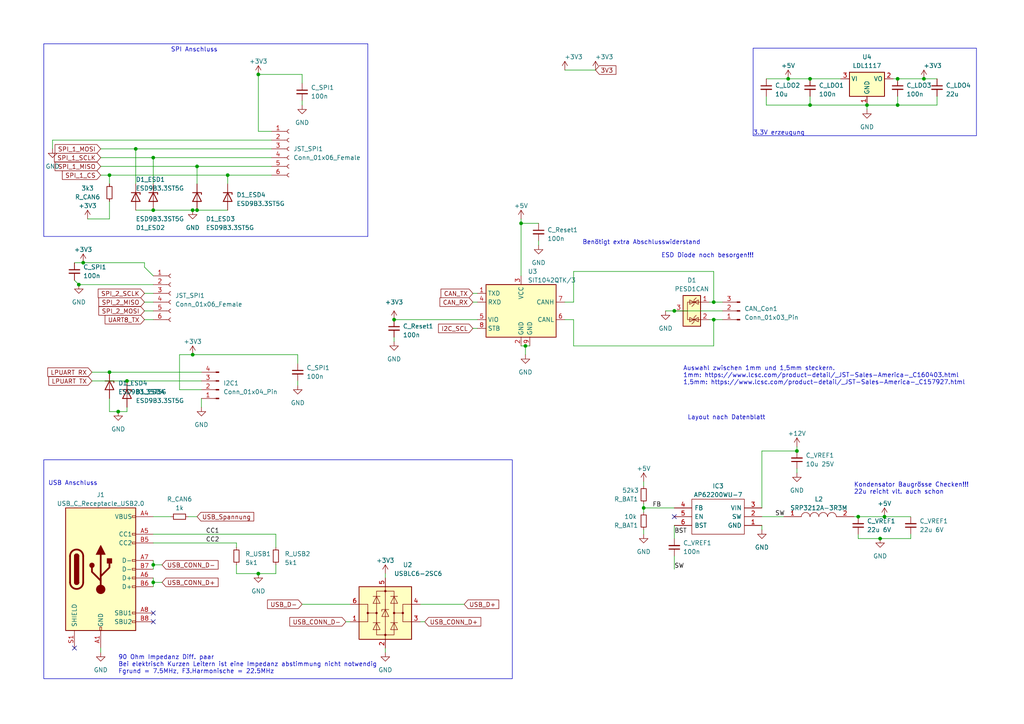
<source format=kicad_sch>
(kicad_sch (version 20230121) (generator eeschema)
  (paper "A4")
  (lib_symbols
    (symbol "Connector:Conn_01x03_Pin" (pin_names (offset 1.016) hide)
      (property "Reference" "J" (at 0 5.08 0))
      (property "Value" "Conn_01x03_Pin" (at 0 -5.08 0))
      (symbol "Conn_01x03_Pin_1_1"
        (polyline (pts (xy 1.27 -2.54) (xy 0.8636 -2.54)) (stroke (width 0.1524)))
        (polyline (pts (xy 1.27 0) (xy 0.8636 0)) (stroke (width 0.1524)))
        (polyline (pts (xy 1.27 2.54) (xy 0.8636 2.54)) (stroke (width 0.1524)))
        (rectangle (start 0.8636 -2.413) (end 0 -2.667) (stroke (width 0.1524)) (fill (type outline)))
        (rectangle (start 0.8636 0.127) (end 0 -0.127) (stroke (width 0.1524)) (fill (type outline)))
        (rectangle (start 0.8636 2.667) (end 0 2.413) (stroke (width 0.1524)) (fill (type outline)))
        (pin passive line (at 5.08 2.54 180) (length 3.81) (name "Pin_1") (number "1"))
        (pin passive line (at 5.08 0 180) (length 3.81) (name "Pin_2") (number "2"))
        (pin passive line (at 5.08 -2.54 180) (length 3.81) (name "Pin_3") (number "3"))
      )
    )
    (symbol "Connector:Conn_01x04_Pin" (pin_names (offset 1.016) hide)
      (property "Reference" "J" (at 0 5.08 0))
      (property "Value" "Conn_01x04_Pin" (at 0 -7.62 0))
      (symbol "Conn_01x04_Pin_1_1"
        (polyline (pts (xy 1.27 -5.08) (xy 0.8636 -5.08)) (stroke (width 0.1524)))
        (polyline (pts (xy 1.27 -2.54) (xy 0.8636 -2.54)) (stroke (width 0.1524)))
        (polyline (pts (xy 1.27 0) (xy 0.8636 0)) (stroke (width 0.1524)))
        (polyline (pts (xy 1.27 2.54) (xy 0.8636 2.54)) (stroke (width 0.1524)))
        (rectangle (start 0.8636 -4.953) (end 0 -5.207) (stroke (width 0.1524)) (fill (type outline)))
        (rectangle (start 0.8636 -2.413) (end 0 -2.667) (stroke (width 0.1524)) (fill (type outline)))
        (rectangle (start 0.8636 0.127) (end 0 -0.127) (stroke (width 0.1524)) (fill (type outline)))
        (rectangle (start 0.8636 2.667) (end 0 2.413) (stroke (width 0.1524)) (fill (type outline)))
        (pin passive line (at 5.08 2.54 180) (length 3.81) (name "Pin_1") (number "1"))
        (pin passive line (at 5.08 0 180) (length 3.81) (name "Pin_2") (number "2"))
        (pin passive line (at 5.08 -2.54 180) (length 3.81) (name "Pin_3") (number "3"))
        (pin passive line (at 5.08 -5.08 180) (length 3.81) (name "Pin_4") (number "4"))
      )
    )
    (symbol "Connector:Conn_01x06_Female" (pin_names (offset 1.016) hide)
      (property "Reference" "J" (at 0 7.62 0))
      (property "Value" "Conn_01x06_Female" (at 0 -10.16 0))
      (symbol "Conn_01x06_Female_1_1"
        (arc (start 0 -7.112) (mid -0.5058 -7.62) (end 0 -8.128) (stroke (width 0.1524)))
        (arc (start 0 -4.572) (mid -0.5058 -5.08) (end 0 -5.588) (stroke (width 0.1524)))
        (arc (start 0 -2.032) (mid -0.5058 -2.54) (end 0 -3.048) (stroke (width 0.1524)))
        (polyline (pts (xy -1.27 -7.62) (xy -0.508 -7.62)) (stroke (width 0.1524)))
        (polyline (pts (xy -1.27 -5.08) (xy -0.508 -5.08)) (stroke (width 0.1524)))
        (polyline (pts (xy -1.27 -2.54) (xy -0.508 -2.54)) (stroke (width 0.1524)))
        (polyline (pts (xy -1.27 0) (xy -0.508 0)) (stroke (width 0.1524)))
        (polyline (pts (xy -1.27 2.54) (xy -0.508 2.54)) (stroke (width 0.1524)))
        (polyline (pts (xy -1.27 5.08) (xy -0.508 5.08)) (stroke (width 0.1524)))
        (arc (start 0 0.508) (mid -0.5058 0) (end 0 -0.508) (stroke (width 0.1524)))
        (arc (start 0 3.048) (mid -0.5058 2.54) (end 0 2.032) (stroke (width 0.1524)))
        (arc (start 0 5.588) (mid -0.5058 5.08) (end 0 4.572) (stroke (width 0.1524)))
        (pin passive line (at -5.08 5.08 0) (length 3.81) (name "Pin_1") (number "1"))
        (pin passive line (at -5.08 2.54 0) (length 3.81) (name "Pin_2") (number "2"))
        (pin passive line (at -5.08 0 0) (length 3.81) (name "Pin_3") (number "3"))
        (pin passive line (at -5.08 -2.54 0) (length 3.81) (name "Pin_4") (number "4"))
        (pin passive line (at -5.08 -5.08 0) (length 3.81) (name "Pin_5") (number "5"))
        (pin passive line (at -5.08 -7.62 0) (length 3.81) (name "Pin_6") (number "6"))
      )
    )
    (symbol "Connector:USB_C_Receptacle_USB2.0" (pin_names (offset 1.016))
      (property "Reference" "J" (at -10.16 19.05 0))
      (property "Value" "USB_C_Receptacle_USB2.0" (at 19.05 19.05 0))
      (symbol "USB_C_Receptacle_USB2.0_0_0"
        (rectangle (start -0.254 -17.78) (end 0.254 -16.764))
        (rectangle (start 10.16 -14.986) (end 9.144 -15.494))
        (rectangle (start 10.16 -12.446) (end 9.144 -12.954))
        (rectangle (start 10.16 -4.826) (end 9.144 -5.334))
        (rectangle (start 10.16 -2.286) (end 9.144 -2.794))
        (rectangle (start 10.16 0.254) (end 9.144 -0.254))
        (rectangle (start 10.16 2.794) (end 9.144 2.286))
        (rectangle (start 10.16 7.874) (end 9.144 7.366))
        (rectangle (start 10.16 10.414) (end 9.144 9.906))
        (rectangle (start 10.16 15.494) (end 9.144 14.986))
      )
      (symbol "USB_C_Receptacle_USB2.0_0_1"
        (rectangle (start -10.16 17.78) (end 10.16 -17.78) (stroke (width 0.254)) (fill (type background)))
        (arc (start -8.89 -3.81) (mid -6.985 -5.7067) (end -5.08 -3.81) (stroke (width 0.508)))
        (arc (start -7.62 -3.81) (mid -6.985 -4.4423) (end -6.35 -3.81) (stroke (width 0.254)))
        (arc (start -7.62 -3.81) (mid -6.985 -4.4423) (end -6.35 -3.81) (stroke (width 0.254)) (fill (type outline)))
        (rectangle (start -7.62 -3.81) (end -6.35 3.81) (stroke (width 0.254)) (fill (type outline)))
        (arc (start -6.35 3.81) (mid -6.985 4.4423) (end -7.62 3.81) (stroke (width 0.254)))
        (arc (start -6.35 3.81) (mid -6.985 4.4423) (end -7.62 3.81) (stroke (width 0.254)) (fill (type outline)))
        (arc (start -5.08 3.81) (mid -6.985 5.7067) (end -8.89 3.81) (stroke (width 0.508)))
        (circle (center -2.54 1.143) (radius 0.635) (stroke (width 0.254)) (fill (type outline)))
        (circle (center 0 -5.842) (radius 1.27) (fill (type outline)))
        (polyline (pts (xy -8.89 -3.81) (xy -8.89 3.81)) (stroke (width 0.508)))
        (polyline (pts (xy -5.08 3.81) (xy -5.08 -3.81)) (stroke (width 0.508)))
        (polyline (pts (xy 0 -5.842) (xy 0 4.318)) (stroke (width 0.508)))
        (polyline (pts (xy 0 -3.302) (xy -2.54 -0.762) (xy -2.54 0.508)) (stroke (width 0.508)))
        (polyline (pts (xy 0 -2.032) (xy 2.54 0.508) (xy 2.54 1.778)) (stroke (width 0.508)))
        (polyline (pts (xy -1.27 4.318) (xy 0 6.858) (xy 1.27 4.318) (xy -1.27 4.318)) (stroke (width 0.254)) (fill (type outline)))
        (rectangle (start 1.905 1.778) (end 3.175 3.048) (stroke (width 0.254)) (fill (type outline)))
      )
      (symbol "USB_C_Receptacle_USB2.0_1_1"
        (pin passive line (at 0 -22.86 90) (length 5.08) (name "GND") (number "A1"))
        (pin passive line (at 0 -22.86 90) (length 5.08) hide (name "GND") (number "A12"))
        (pin passive line (at 15.24 15.24 180) (length 5.08) (name "VBUS") (number "A4"))
        (pin bidirectional line (at 15.24 10.16 180) (length 5.08) (name "CC1") (number "A5"))
        (pin bidirectional line (at 15.24 -2.54 180) (length 5.08) (name "D+") (number "A6"))
        (pin bidirectional line (at 15.24 2.54 180) (length 5.08) (name "D-") (number "A7"))
        (pin bidirectional line (at 15.24 -12.7 180) (length 5.08) (name "SBU1") (number "A8"))
        (pin passive line (at 15.24 15.24 180) (length 5.08) hide (name "VBUS") (number "A9"))
        (pin passive line (at 0 -22.86 90) (length 5.08) hide (name "GND") (number "B1"))
        (pin passive line (at 0 -22.86 90) (length 5.08) hide (name "GND") (number "B12"))
        (pin passive line (at 15.24 15.24 180) (length 5.08) hide (name "VBUS") (number "B4"))
        (pin bidirectional line (at 15.24 7.62 180) (length 5.08) (name "CC2") (number "B5"))
        (pin bidirectional line (at 15.24 -5.08 180) (length 5.08) (name "D+") (number "B6"))
        (pin bidirectional line (at 15.24 0 180) (length 5.08) (name "D-") (number "B7"))
        (pin bidirectional line (at 15.24 -15.24 180) (length 5.08) (name "SBU2") (number "B8"))
        (pin passive line (at 15.24 15.24 180) (length 5.08) hide (name "VBUS") (number "B9"))
        (pin passive line (at -7.62 -22.86 90) (length 5.08) (name "SHIELD") (number "S1"))
      )
    )
    (symbol "Device:C_Small" (pin_numbers hide) (pin_names (offset 0.254) hide)
      (property "Reference" "C" (at 0.254 1.778 0))
      (property "Value" "C_Small" (at 0.254 -2.032 0))
      (symbol "C_Small_0_1"
        (polyline (pts (xy -1.524 -0.508) (xy 1.524 -0.508)) (stroke (width 0.3302)))
        (polyline (pts (xy -1.524 0.508) (xy 1.524 0.508)) (stroke (width 0.3048)))
      )
      (symbol "C_Small_1_1"
        (pin passive line (at 0 2.54 270) (length 2.032) (name "~") (number "1"))
        (pin passive line (at 0 -2.54 90) (length 2.032) (name "~") (number "2"))
      )
    )
    (symbol "Device:D_Zener" (pin_numbers hide) (pin_names (offset 1.016) hide)
      (property "Reference" "D" (at 0 2.54 0))
      (property "Value" "D_Zener" (at 0 -2.54 0))
      (symbol "D_Zener_0_1"
        (polyline (pts (xy 1.27 0) (xy -1.27 0)))
        (polyline (pts (xy -1.27 -1.27) (xy -1.27 1.27) (xy -0.762 1.27)) (stroke (width 0.254)))
        (polyline (pts (xy 1.27 -1.27) (xy 1.27 1.27) (xy -1.27 0) (xy 1.27 -1.27)) (stroke (width 0.254)))
      )
      (symbol "D_Zener_1_1"
        (pin passive line (at -3.81 0 0) (length 2.54) (name "K") (number "1"))
        (pin passive line (at 3.81 0 180) (length 2.54) (name "A") (number "2"))
      )
    )
    (symbol "Device:R_Small" (pin_numbers hide) (pin_names (offset 0.254) hide)
      (property "Reference" "R" (at 0.762 0.508 0))
      (property "Value" "R_Small" (at 0.762 -1.016 0))
      (symbol "R_Small_0_1"
        (rectangle (start -0.762 1.778) (end 0.762 -1.778) (stroke (width 0.2032)))
      )
      (symbol "R_Small_1_1"
        (pin passive line (at 0 2.54 270) (length 0.762) (name "~") (number "1"))
        (pin passive line (at 0 -2.54 90) (length 0.762) (name "~") (number "2"))
      )
    )
    (symbol "Interface_CAN_LIN:TJA1042TK-3"
      (property "Reference" "U" (at -10.16 8.89 0))
      (property "Value" "TJA1042TK-3" (at 1.27 8.89 0))
      (symbol "TJA1042TK-3_0_1"
        (rectangle (start -10.16 7.62) (end 10.16 -7.62) (stroke (width 0.254)) (fill (type background)))
      )
      (symbol "TJA1042TK-3_1_1"
        (pin input line (at -12.7 5.08 0) (length 2.54) (name "TXD") (number "1"))
        (pin power_in line (at 0 -10.16 90) (length 2.54) (name "GND") (number "2"))
        (pin power_in line (at 0 10.16 270) (length 2.54) (name "VCC") (number "3"))
        (pin output line (at -12.7 2.54 0) (length 2.54) (name "RXD") (number "4"))
        (pin power_in line (at -12.7 -2.54 0) (length 2.54) (name "VIO") (number "5"))
        (pin bidirectional line (at 12.7 -2.54 180) (length 2.54) (name "CANL") (number "6"))
        (pin bidirectional line (at 12.7 2.54 180) (length 2.54) (name "CANH") (number "7"))
        (pin input line (at -12.7 -5.08 0) (length 2.54) (name "STB") (number "8"))
        (pin power_in line (at 2.54 -10.16 90) (length 2.54) (name "GND") (number "9"))
      )
    )
    (symbol "Power_Protection:NUP2105L" (pin_names hide)
      (property "Reference" "D" (at 5.715 2.54 0))
      (property "Value" "NUP2105L" (at 5.715 0.635 0))
      (symbol "NUP2105L_0_0"
        (pin passive line (at 0 -5.08 90) (length 2.54) (name "A") (number "3"))
      )
      (symbol "NUP2105L_0_1"
        (rectangle (start -4.445 2.54) (end 4.445 -2.54) (stroke (width 0.254)) (fill (type background)))
        (polyline (pts (xy -2.54 2.54) (xy -2.54 0.635)))
        (polyline (pts (xy 0 -1.27) (xy 0 -2.54)))
        (polyline (pts (xy 2.54 2.54) (xy 2.54 0.635)))
        (polyline (pts (xy -3.81 1.27) (xy -3.175 0.635) (xy -1.905 0.635) (xy -1.27 0)))
        (polyline (pts (xy -2.54 0.635) (xy -2.54 -1.27) (xy 2.54 -1.27) (xy 2.54 0.635)))
        (polyline (pts (xy -2.54 0.635) (xy -1.905 -0.635) (xy -3.175 -0.635) (xy -2.54 0.635)))
        (polyline (pts (xy 2.54 0.635) (xy 1.905 -0.635) (xy 3.175 -0.635) (xy 2.54 0.635)))
        (polyline (pts (xy 2.54 0.635) (xy 3.175 1.905) (xy 1.905 1.905) (xy 2.54 0.635)))
        (polyline (pts (xy -2.54 0.635) (xy -3.175 1.905) (xy -1.905 1.905) (xy -2.54 0.635) (xy -2.54 1.27)))
        (polyline (pts (xy 1.27 1.27) (xy 1.905 0.635) (xy 2.54 0.635) (xy 3.175 0.635) (xy 3.81 0)))
      )
      (symbol "NUP2105L_1_1"
        (pin passive line (at -2.54 5.08 270) (length 2.54) (name "K") (number "1"))
        (pin passive line (at 2.54 5.08 270) (length 2.54) (name "K") (number "2"))
      )
    )
    (symbol "Power_Protection:USBLC6-2SC6" (pin_names hide)
      (property "Reference" "U" (at 2.54 8.89 0))
      (property "Value" "USBLC6-2SC6" (at 2.54 -8.89 0))
      (symbol "USBLC6-2SC6_0_1"
        (rectangle (start -7.62 -7.62) (end 7.62 7.62) (stroke (width 0.254)) (fill (type background)))
        (circle (center -5.08 0) (radius 0.254) (fill (type outline)))
        (circle (center -2.54 0) (radius 0.254) (fill (type outline)))
        (rectangle (start -2.54 6.35) (end 2.54 -6.35))
        (circle (center 0 -6.35) (radius 0.254) (fill (type outline)))
        (polyline (pts (xy -5.08 -2.54) (xy -7.62 -2.54)))
        (polyline (pts (xy -5.08 0) (xy -5.08 -2.54)))
        (polyline (pts (xy -5.08 2.54) (xy -7.62 2.54)))
        (polyline (pts (xy -1.524 -2.794) (xy -3.556 -2.794)))
        (polyline (pts (xy -1.524 4.826) (xy -3.556 4.826)))
        (polyline (pts (xy 0 -7.62) (xy 0 -6.35)))
        (polyline (pts (xy 0 -6.35) (xy 0 1.27)))
        (polyline (pts (xy 0 1.27) (xy 0 6.35)))
        (polyline (pts (xy 0 6.35) (xy 0 7.62)))
        (polyline (pts (xy 1.524 -2.794) (xy 3.556 -2.794)))
        (polyline (pts (xy 1.524 4.826) (xy 3.556 4.826)))
        (polyline (pts (xy 5.08 -2.54) (xy 7.62 -2.54)))
        (polyline (pts (xy 5.08 0) (xy 5.08 -2.54)))
        (polyline (pts (xy 5.08 2.54) (xy 7.62 2.54)))
        (polyline (pts (xy -2.54 0) (xy -5.08 0) (xy -5.08 2.54)))
        (polyline (pts (xy 2.54 0) (xy 5.08 0) (xy 5.08 2.54)))
        (polyline (pts (xy -3.556 -4.826) (xy -1.524 -4.826) (xy -2.54 -2.794) (xy -3.556 -4.826)))
        (polyline (pts (xy -3.556 2.794) (xy -1.524 2.794) (xy -2.54 4.826) (xy -3.556 2.794)))
        (polyline (pts (xy -1.016 -1.016) (xy 1.016 -1.016) (xy 0 1.016) (xy -1.016 -1.016)))
        (polyline (pts (xy 1.016 1.016) (xy 0.762 1.016) (xy -1.016 1.016) (xy -1.016 0.508)))
        (polyline (pts (xy 3.556 -4.826) (xy 1.524 -4.826) (xy 2.54 -2.794) (xy 3.556 -4.826)))
        (polyline (pts (xy 3.556 2.794) (xy 1.524 2.794) (xy 2.54 4.826) (xy 3.556 2.794)))
        (circle (center 0 6.35) (radius 0.254) (fill (type outline)))
        (circle (center 2.54 0) (radius 0.254) (fill (type outline)))
        (circle (center 5.08 0) (radius 0.254) (fill (type outline)))
      )
      (symbol "USBLC6-2SC6_1_1"
        (pin passive line (at -10.16 -2.54 0) (length 2.54) (name "I/O1") (number "1"))
        (pin passive line (at 0 -10.16 90) (length 2.54) (name "GND") (number "2"))
        (pin passive line (at 10.16 -2.54 180) (length 2.54) (name "I/O2") (number "3"))
        (pin passive line (at 10.16 2.54 180) (length 2.54) (name "I/O2") (number "4"))
        (pin passive line (at 0 10.16 270) (length 2.54) (name "VBUS") (number "5"))
        (pin passive line (at -10.16 2.54 0) (length 2.54) (name "I/O1") (number "6"))
      )
    )
    (symbol "Regulator_Linear:AMS1117-3.3"
      (property "Reference" "U" (at -3.81 3.175 0))
      (property "Value" "AMS1117-3.3" (at 0 3.175 0))
      (symbol "AMS1117-3.3_0_1"
        (rectangle (start -5.08 -5.08) (end 5.08 1.905) (stroke (width 0.254)) (fill (type background)))
      )
      (symbol "AMS1117-3.3_1_1"
        (pin power_in line (at 0 -7.62 90) (length 2.54) (name "GND") (number "1"))
        (pin power_out line (at 7.62 0 180) (length 2.54) (name "VO") (number "2"))
        (pin power_in line (at -7.62 0 0) (length 2.54) (name "VI") (number "3"))
      )
    )
    (symbol "SamacSys_Parts:AP62200WU-7" (pin_names (offset 0.762))
      (property "Reference" "IC" (at 21.59 7.62 0))
      (property "Value" "AP62200WU-7" (at 21.59 5.08 0))
      (symbol "AP62200WU-7_0_0"
        (pin passive line (at 0 0 0) (length 5.08) (name "GND") (number "1"))
        (pin passive line (at 0 -2.54 0) (length 5.08) (name "SW") (number "2"))
        (pin passive line (at 0 -5.08 0) (length 5.08) (name "VIN") (number "3"))
        (pin passive line (at 25.4 -5.08 180) (length 5.08) (name "FB") (number "4"))
        (pin passive line (at 25.4 -2.54 180) (length 5.08) (name "EN") (number "5"))
        (pin passive line (at 25.4 0 180) (length 5.08) (name "BST") (number "6"))
      )
      (symbol "AP62200WU-7_0_1"
        (polyline (pts (xy 5.08 2.54) (xy 20.32 2.54) (xy 20.32 -7.62) (xy 5.08 -7.62) (xy 5.08 2.54)) (stroke (width 0.1524)))
      )
    )
    (symbol "SamacSys_Parts:SRP3212A-3R3M" (pin_names (offset 0.762))
      (property "Reference" "L" (at 16.51 6.35 0))
      (property "Value" "SRP3212A-3R3M" (at 16.51 3.81 0))
      (symbol "SRP3212A-3R3M_0_0"
        (pin passive line (at 0 0 0) (length 5.08) (name "~") (number "1"))
        (pin passive line (at 20.32 0 180) (length 5.08) (name "~") (number "2"))
      )
      (symbol "SRP3212A-3R3M_0_1"
        (arc (start 7.62 0) (mid 6.35 1.2202) (end 5.08 0) (stroke (width 0.1524)))
        (arc (start 10.16 0) (mid 8.89 1.2202) (end 7.62 0) (stroke (width 0.1524)))
        (arc (start 12.7 0) (mid 11.43 1.2202) (end 10.16 0) (stroke (width 0.1524)))
        (arc (start 15.24 0) (mid 13.97 1.2202) (end 12.7 0) (stroke (width 0.1524)))
      )
    )
    (symbol "power:+12V" (power) (pin_names (offset 0))
      (property "Value" "+12V" (at 0 3.556 0))
      (symbol "+12V_0_1"
        (polyline (pts (xy -0.762 1.27) (xy 0 2.54)))
        (polyline (pts (xy 0 0) (xy 0 2.54)))
        (polyline (pts (xy 0 2.54) (xy 0.762 1.27)))
      )
      (symbol "+12V_1_1"
        (pin power_in line (at 0 0 90) (length 0) hide (name "+12V") (number "1"))
      )
    )
    (symbol "power:+3.3V" (power) (pin_names (offset 0))
      (property "Value" "+3.3V" (at 0 3.556 0))
      (symbol "+3.3V_0_1"
        (polyline (pts (xy -0.762 1.27) (xy 0 2.54)))
        (polyline (pts (xy 0 0) (xy 0 2.54)))
        (polyline (pts (xy 0 2.54) (xy 0.762 1.27)))
      )
      (symbol "+3.3V_1_1"
        (pin power_in line (at 0 0 90) (length 0) hide (name "+3V3") (number "1"))
      )
    )
    (symbol "power:+5V" (power) (pin_names (offset 0))
      (property "Value" "+5V" (at 0 3.556 0))
      (symbol "+5V_0_1"
        (polyline (pts (xy -0.762 1.27) (xy 0 2.54)))
        (polyline (pts (xy 0 0) (xy 0 2.54)))
        (polyline (pts (xy 0 2.54) (xy 0.762 1.27)))
      )
      (symbol "+5V_1_1"
        (pin power_in line (at 0 0 90) (length 0) hide (name "+5V") (number "1"))
      )
    )
    (symbol "power:GND" (power) (pin_names (offset 0))
      (property "Value" "GND" (at 0 -3.81 0))
      (symbol "GND_0_1"
        (polyline (pts (xy 0 0) (xy 0 -1.27) (xy 1.27 -1.27) (xy 0 -2.54) (xy -1.27 -1.27) (xy 0 -1.27)))
      )
      (symbol "GND_1_1"
        (pin power_in line (at 0 0 270) (length 0) hide (name "GND") (number "1"))
      )
    )
  )
  (junction (at 74.93 166.37))
  (junction (at 36.83 110.49))
  (junction (at 260.35 30.48))
  (junction (at 228.6 22.86))
  (junction (at 74.93 21.59))
  (junction (at 55.88 60.96))
  (junction (at 31.75 107.95))
  (junction (at 55.88 102.87))
  (junction (at 255.27 156.21))
  (junction (at 234.95 30.48))
  (junction (at 57.15 60.96))
  (junction (at 39.37 43.18))
  (junction (at 207.01 87.63))
  (junction (at 44.45 45.72))
  (junction (at 151.13 64.77))
  (junction (at 256.54 149.86))
  (junction (at 267.97 22.86))
  (junction (at 231.14 130.81))
  (junction (at 31.75 50.8))
  (junction (at 251.46 30.48))
  (junction (at 24.13 76.2))
  (junction (at 44.45 60.96))
  (junction (at 22.86 82.55))
  (junction (at 57.15 48.26))
  (junction (at 195.58 90.17))
  (junction (at 248.92 149.86))
  (junction (at 44.45 163.83))
  (junction (at 34.29 119.38))
  (junction (at 114.3 92.71))
  (junction (at 186.69 147.32))
  (junction (at 234.95 22.86))
  (junction (at 66.04 50.8))
  (junction (at 207.01 92.71))
  (junction (at 260.35 22.86))
  (junction (at 44.45 168.91))
  (junction (at 152.4 100.33))
  (no_connect (at 21.59 187.96))
  (no_connect (at 44.45 180.34))
  (no_connect (at 44.45 177.8))
  (no_connect (at 195.58 149.86))
  (wire (pts (xy 251.46 30.48) (xy 260.35 30.48)))
  (wire (pts (xy 15.24 40.64) (xy 15.24 43.18)))
  (wire (pts (xy 36.83 118.11) (xy 36.83 119.38)))
  (wire (pts (xy 80.01 154.94) (xy 80.01 158.75)))
  (wire (pts (xy 264.16 156.21) (xy 264.16 154.94)))
  (wire (pts (xy 166.37 100.33) (xy 166.37 92.71)))
  (wire (pts (xy 151.13 64.77) (xy 156.21 64.77)))
  (wire (pts (xy 24.13 76.2) (xy 41.91 76.2)))
  (polyline (pts (xy 106.68 12.7) (xy 12.7 12.7)))
  (wire (pts (xy 152.4 100.33) (xy 151.13 100.33)))
  (wire (pts (xy 195.58 161.29) (xy 195.58 165.1)))
  (wire (pts (xy 152.4 102.87) (xy 152.4 100.33)))
  (wire (pts (xy 267.97 22.86) (xy 271.78 22.86)))
  (wire (pts (xy 222.25 22.86) (xy 228.6 22.86)))
  (wire (pts (xy 39.37 43.18) (xy 78.74 43.18)))
  (wire (pts (xy 55.88 60.96) (xy 57.15 60.96)))
  (wire (pts (xy 66.04 50.8) (xy 78.74 50.8)))
  (wire (pts (xy 41.91 85.09) (xy 44.45 85.09)))
  (wire (pts (xy 57.15 48.26) (xy 78.74 48.26)))
  (wire (pts (xy 234.95 22.86) (xy 243.84 22.86)))
  (wire (pts (xy 163.83 87.63) (xy 166.37 87.63)))
  (wire (pts (xy 31.75 50.8) (xy 31.75 53.34)))
  (wire (pts (xy 68.58 163.83) (xy 68.58 166.37)))
  (wire (pts (xy 87.63 21.59) (xy 87.63 24.13)))
  (wire (pts (xy 54.61 149.86) (xy 57.15 149.86)))
  (wire (pts (xy 220.98 130.81) (xy 231.14 130.81)))
  (wire (pts (xy 163.83 20.32) (xy 172.72 20.32)))
  (wire (pts (xy 31.75 119.38) (xy 34.29 119.38)))
  (wire (pts (xy 31.75 58.42) (xy 31.75 63.5)))
  (wire (pts (xy 220.98 149.86) (xy 227.33 149.86)))
  (wire (pts (xy 186.69 139.7) (xy 186.69 140.97)))
  (polyline (pts (xy 12.7 68.58) (xy 106.68 68.58)))
  (wire (pts (xy 80.01 163.83) (xy 80.01 166.37)))
  (wire (pts (xy 25.4 63.5) (xy 31.75 63.5)))
  (wire (pts (xy 231.14 129.54) (xy 231.14 130.81)))
  (wire (pts (xy 44.45 60.96) (xy 55.88 60.96)))
  (wire (pts (xy 259.08 22.86) (xy 260.35 22.86)))
  (wire (pts (xy 44.45 45.72) (xy 44.45 53.34)))
  (wire (pts (xy 156.21 69.85) (xy 156.21 71.12)))
  (wire (pts (xy 207.01 87.63) (xy 209.55 87.63)))
  (wire (pts (xy 87.63 30.48) (xy 87.63 29.21)))
  (wire (pts (xy 74.93 21.59) (xy 87.63 21.59)))
  (wire (pts (xy 41.91 77.47) (xy 44.45 80.01)))
  (wire (pts (xy 228.6 22.86) (xy 234.95 22.86)))
  (wire (pts (xy 80.01 166.37) (xy 74.93 166.37)))
  (wire (pts (xy 251.46 30.48) (xy 251.46 31.75)))
  (wire (pts (xy 114.3 97.79) (xy 114.3 99.06)))
  (wire (pts (xy 41.91 76.2) (xy 41.91 77.47)))
  (wire (pts (xy 41.91 87.63) (xy 44.45 87.63)))
  (wire (pts (xy 260.35 27.94) (xy 260.35 30.48)))
  (wire (pts (xy 31.75 107.95) (xy 58.42 107.95)))
  (wire (pts (xy 166.37 100.33) (xy 207.01 100.33)))
  (wire (pts (xy 78.74 38.1) (xy 74.93 38.1)))
  (wire (pts (xy 234.95 27.94) (xy 234.95 30.48)))
  (wire (pts (xy 195.58 152.4) (xy 195.58 156.21)))
  (wire (pts (xy 22.86 82.55) (xy 21.59 81.28)))
  (wire (pts (xy 41.91 90.17) (xy 44.45 90.17)))
  (wire (pts (xy 111.76 187.96) (xy 111.76 189.23)))
  (wire (pts (xy 68.58 166.37) (xy 74.93 166.37)))
  (wire (pts (xy 222.25 27.94) (xy 222.25 30.48)))
  (wire (pts (xy 234.95 30.48) (xy 251.46 30.48)))
  (wire (pts (xy 58.42 115.57) (xy 58.42 118.11)))
  (wire (pts (xy 44.45 162.56) (xy 44.45 163.83)))
  (wire (pts (xy 207.01 87.63) (xy 207.01 78.74)))
  (wire (pts (xy 205.74 92.71) (xy 207.01 92.71)))
  (wire (pts (xy 57.15 60.96) (xy 66.04 60.96)))
  (wire (pts (xy 29.21 43.18) (xy 39.37 43.18)))
  (wire (pts (xy 152.4 100.33) (xy 153.67 100.33)))
  (wire (pts (xy 74.93 38.1) (xy 74.93 21.59)))
  (wire (pts (xy 44.45 167.64) (xy 44.45 168.91)))
  (wire (pts (xy 29.21 187.96) (xy 29.21 189.23)))
  (wire (pts (xy 66.04 50.8) (xy 66.04 53.34)))
  (polyline (pts (xy 106.68 12.7) (xy 106.68 68.58)))
  (wire (pts (xy 247.65 149.86) (xy 248.92 149.86)))
  (wire (pts (xy 36.83 110.49) (xy 58.42 110.49)))
  (wire (pts (xy 255.27 156.21) (xy 264.16 156.21)))
  (wire (pts (xy 186.69 147.32) (xy 186.69 148.59)))
  (polyline (pts (xy 12.7 12.7) (xy 12.7 68.58)))
  (wire (pts (xy 121.92 175.26) (xy 134.62 175.26)))
  (wire (pts (xy 193.04 90.17) (xy 195.58 90.17)))
  (wire (pts (xy 44.45 168.91) (xy 46.99 168.91)))
  (wire (pts (xy 166.37 78.74) (xy 166.37 87.63)))
  (wire (pts (xy 137.16 95.25) (xy 138.43 95.25)))
  (wire (pts (xy 55.88 102.87) (xy 86.36 102.87)))
  (wire (pts (xy 195.58 90.17) (xy 209.55 90.17)))
  (wire (pts (xy 44.45 163.83) (xy 46.99 163.83)))
  (wire (pts (xy 52.07 102.87) (xy 55.88 102.87)))
  (wire (pts (xy 26.67 107.95) (xy 31.75 107.95)))
  (wire (pts (xy 87.63 175.26) (xy 101.6 175.26)))
  (wire (pts (xy 248.92 154.94) (xy 248.92 156.21)))
  (wire (pts (xy 207.01 92.71) (xy 207.01 100.33)))
  (wire (pts (xy 222.25 30.48) (xy 234.95 30.48)))
  (wire (pts (xy 207.01 92.71) (xy 209.55 92.71)))
  (wire (pts (xy 44.45 149.86) (xy 49.53 149.86)))
  (wire (pts (xy 31.75 115.57) (xy 31.75 119.38)))
  (wire (pts (xy 166.37 78.74) (xy 207.01 78.74)))
  (wire (pts (xy 111.76 166.37) (xy 111.76 167.64)))
  (wire (pts (xy 44.45 82.55) (xy 22.86 82.55)))
  (wire (pts (xy 39.37 43.18) (xy 39.37 53.34)))
  (wire (pts (xy 137.16 87.63) (xy 138.43 87.63)))
  (wire (pts (xy 86.36 111.76) (xy 86.36 110.49)))
  (wire (pts (xy 271.78 27.94) (xy 271.78 30.48)))
  (wire (pts (xy 205.74 87.63) (xy 207.01 87.63)))
  (wire (pts (xy 186.69 146.05) (xy 186.69 147.32)))
  (wire (pts (xy 260.35 22.86) (xy 267.97 22.86)))
  (wire (pts (xy 26.67 110.49) (xy 36.83 110.49)))
  (wire (pts (xy 29.21 50.8) (xy 31.75 50.8)))
  (wire (pts (xy 34.29 119.38) (xy 36.83 119.38)))
  (wire (pts (xy 44.45 157.48) (xy 68.58 157.48)))
  (wire (pts (xy 31.75 50.8) (xy 66.04 50.8)))
  (wire (pts (xy 44.45 154.94) (xy 80.01 154.94)))
  (wire (pts (xy 44.45 45.72) (xy 78.74 45.72)))
  (wire (pts (xy 137.16 85.09) (xy 138.43 85.09)))
  (wire (pts (xy 151.13 64.77) (xy 151.13 80.01)))
  (wire (pts (xy 248.92 156.21) (xy 255.27 156.21)))
  (wire (pts (xy 39.37 60.96) (xy 44.45 60.96)))
  (wire (pts (xy 15.24 40.64) (xy 78.74 40.64)))
  (wire (pts (xy 52.07 113.03) (xy 58.42 113.03)))
  (wire (pts (xy 220.98 147.32) (xy 220.98 130.81)))
  (wire (pts (xy 21.59 76.2) (xy 24.13 76.2)))
  (wire (pts (xy 256.54 149.86) (xy 264.16 149.86)))
  (wire (pts (xy 231.14 135.89) (xy 231.14 137.16)))
  (wire (pts (xy 114.3 92.71) (xy 138.43 92.71)))
  (wire (pts (xy 41.91 92.71) (xy 44.45 92.71)))
  (wire (pts (xy 52.07 102.87) (xy 52.07 113.03)))
  (wire (pts (xy 68.58 157.48) (xy 68.58 158.75)))
  (wire (pts (xy 44.45 168.91) (xy 44.45 170.18)))
  (wire (pts (xy 121.92 180.34) (xy 123.19 180.34)))
  (wire (pts (xy 220.98 152.4) (xy 220.98 153.67)))
  (wire (pts (xy 86.36 102.87) (xy 86.36 105.41)))
  (wire (pts (xy 100.33 180.34) (xy 101.6 180.34)))
  (wire (pts (xy 248.92 149.86) (xy 256.54 149.86)))
  (wire (pts (xy 29.21 48.26) (xy 57.15 48.26)))
  (wire (pts (xy 44.45 163.83) (xy 44.45 165.1)))
  (wire (pts (xy 271.78 30.48) (xy 260.35 30.48)))
  (wire (pts (xy 186.69 147.32) (xy 195.58 147.32)))
  (wire (pts (xy 29.21 45.72) (xy 44.45 45.72)))
  (wire (pts (xy 57.15 48.26) (xy 57.15 53.34)))
  (wire (pts (xy 151.13 63.5) (xy 151.13 64.77)))
  (wire (pts (xy 186.69 153.67) (xy 186.69 154.94)))
  (wire (pts (xy 163.83 92.71) (xy 166.37 92.71)))
  (rectangle (start 218.44 13.97) (end 283.21 39.37))
  (rectangle (start 12.7 133.35) (end 148.59 196.85))
  (text "3.3V erzeugung" (at 218.44 39.37 0) (effects (font (size 1.27 1.27)) (justify left bottom)))
  (text "SPI Anschluss\n" (at 49.53 15.24 0) (effects (font (size 1.27 1.27)) (justify left bottom)))
  (text "ESD Diode noch besorgen!!!" (at 191.77 74.93 0) (effects (font (size 1.27 1.27)) (justify left bottom)))
  (text "Layout nach Datenblatt" (at 199.39 121.92 0) (effects (font (size 1.27 1.27)) (justify left bottom)))
  (text "90 Ohm Impedanz Diff. paar\nBei elektrisch Kurzen Leitern ist eine Impedanz abstimmung nicht notwendig\nFgrund = 7.5MHz, F3.Harmonische = 22.5MHz" (at 34.29 195.58 0) (effects (font (size 1.27 1.27)) (justify left bottom)))
  (text "Benötigt extra Abschlusswiderstand" (at 168.91 71.12 0) (effects (font (size 1.27 1.27)) (justify left bottom)))
  (text "Kondensator Baugrösse Checken!!!\n22u reicht vlt. auch schon" (at 247.65 143.51 0) (effects (font (size 1.27 1.27)) (justify left bottom)))
  (text "Auswahl zwischen 1mm und 1,5mm steckern.\n1mm: https://www.lcsc.com/product-detail/_JST-Sales-America-_C160403.html\n1,5mm: https://www.lcsc.com/product-detail/_JST-Sales-America-_C157927.html" (at 198.12 111.76 0) (effects (font (size 1.27 1.27)) (justify left bottom)))
  (text "USB Anschluss" (at 13.97 140.97 0) (effects (font (size 1.27 1.27)) (justify left bottom)))
  (label "SW" (at 224.79 149.86 0))
  (label "CC2" (at 59.69 157.48 0))
  (label "CC1" (at 59.69 154.94 0))
  (label "SW" (at 195.58 165.1 0))
  (label "BST" (at 195.58 154.94 0))
  (label "FB" (at 189.23 147.32 0))
  (global_label "CAN_RX" (shape input) (at 137.16 87.63 180) (property "Intersheetrefs" "${INTERSHEET_REFS}" (effects hide)))
  (global_label "CAN_TX" (shape input) (at 137.16 85.09 180) (property "Intersheetrefs" "${INTERSHEET_REFS}" (effects hide)))
  (global_label "USB_CONN_D-" (shape input) (at 46.99 163.83 0) (property "Intersheetrefs" "${INTERSHEET_REFS}" (effects hide)))
  (global_label "USB_CONN_D+" (shape input) (at 123.19 180.34 0) (property "Intersheetrefs" "${INTERSHEET_REFS}" (effects hide)))
  (global_label "USB_CONN_D-" (shape input) (at 100.33 180.34 180) (property "Intersheetrefs" "${INTERSHEET_REFS}" (effects hide)))
  (global_label "USB_D-" (shape input) (at 87.63 175.26 180) (property "Intersheetrefs" "${INTERSHEET_REFS}" (effects hide)))
  (global_label "USB_CONN_D+" (shape input) (at 46.99 168.91 0) (property "Intersheetrefs" "${INTERSHEET_REFS}" (effects hide)))
  (global_label "LPUART RX" (shape input) (at 26.67 107.95 180) (property "Intersheetrefs" "${INTERSHEET_REFS}" (effects hide)))
  (global_label "SPI_2_MISO" (shape input) (at 41.91 87.63 180) (property "Intersheetrefs" "${INTERSHEET_REFS}" (effects hide)))
  (global_label "I2C_SCL" (shape input) (at 137.16 95.25 180) (property "Intersheetrefs" "${INTERSHEET_REFS}" (effects hide)))
  (global_label "SPI_2_SCLK" (shape input) (at 41.91 85.09 180) (property "Intersheetrefs" "${INTERSHEET_REFS}" (effects hide)))
  (global_label "SPI_1_MOSI" (shape input) (at 29.21 43.18 180) (property "Intersheetrefs" "${INTERSHEET_REFS}" (effects hide)))
  (global_label "USB_Spannung" (shape input) (at 57.15 149.86 0) (property "Intersheetrefs" "${INTERSHEET_REFS}" (effects hide)))
  (global_label "SPI_1_MISO" (shape input) (at 29.21 48.26 180) (property "Intersheetrefs" "${INTERSHEET_REFS}" (effects hide)))
  (global_label "SPI_1_CS" (shape input) (at 29.21 50.8 180) (property "Intersheetrefs" "${INTERSHEET_REFS}" (effects hide)))
  (global_label "LPUART TX" (shape input) (at 26.67 110.49 180) (property "Intersheetrefs" "${INTERSHEET_REFS}" (effects hide)))
  (global_label "SPI_1_SCLK" (shape input) (at 29.21 45.72 180) (property "Intersheetrefs" "${INTERSHEET_REFS}" (effects hide)))
  (global_label "UART8_TX" (shape input) (at 41.91 92.71 180) (property "Intersheetrefs" "${INTERSHEET_REFS}" (effects hide)))
  (global_label "3V3" (shape input) (at 172.72 20.32 0) (property "Intersheetrefs" "${INTERSHEET_REFS}" (effects hide)))
  (global_label "SPI_2_MOSI" (shape input) (at 41.91 90.17 180) (property "Intersheetrefs" "${INTERSHEET_REFS}" (effects hide)))
  (global_label "USB_D+" (shape input) (at 134.62 175.26 0) (property "Intersheetrefs" "${INTERSHEET_REFS}" (effects hide)))
  (symbol (lib_id "Device:R_Small") (at 186.69 151.13 0) (unit 1)
    (property "Reference" "R_BAT1" (at 181.61 152.4 0))
    (property "Value" "10k" (at 182.88 149.86 0))
    (property "Footprint" "Resistor_SMD:R_0402_1005Metric" (effects hide))
  )
  (symbol (lib_id "power:GND") (at 220.98 153.67 0) (unit 1)
    (property "Reference" "#PWR059" (effects hide))
    (property "Value" "GND" (at 220.98 158.75 0))
  )
  (symbol (lib_id "power:+3.3V") (at 55.88 102.87 0) (unit 1)
    (property "Reference" "#PWR015" (effects hide))
    (property "Value" "+3.3V" (at 55.88 99.06 0))
  )
  (symbol (lib_id "Device:D_Zener") (at 57.15 57.15 270) (unit 1)
    (property "Reference" "D1_ESD3" (at 59.69 63.5 90) (effects (justify left)))
    (property "Value" "ESD9B3.3ST5G" (at 59.69 66.04 90) (effects (justify left)))
    (property "Footprint" "Diode_SMD:D_SOD-923" (effects hide))
  )
  (symbol (lib_id "power:GND") (at 186.69 154.94 0) (unit 1)
    (property "Reference" "#PWR09" (effects hide))
    (property "Value" "GND" (at 186.69 160.02 0))
  )
  (symbol (lib_id "Connector:Conn_01x03_Pin") (at 214.63 90.17 180) (unit 1)
    (property "Reference" "CAN_Con1" (at 215.9 89.535 0) (effects (justify right)))
    (property "Value" "Conn_01x03_Pin" (at 215.9 92.075 0) (effects (justify right)))
    (property "Footprint" "Connector_JST:JST_SH_SM03B-SRSS-TB_1x03-1MP_P1.00mm_Horizontal" (effects hide))
  )
  (symbol (lib_id "power:GND") (at 87.63 30.48 0) (unit 1)
    (property "Reference" "#PWR016" (effects hide))
    (property "Value" "GND" (at 87.63 35.56 0))
  )
  (symbol (lib_id "power:+3.3V") (at 267.97 22.86 0) (unit 1)
    (property "Reference" "#PWR040" (effects hide))
    (property "Value" "+3.3V" (at 270.51 19.05 0))
  )
  (symbol (lib_id "power:GND") (at 255.27 156.21 0) (unit 1)
    (property "Reference" "#PWR060" (effects hide))
    (property "Value" "GND" (at 255.27 161.29 0))
  )
  (symbol (lib_id "power:GND") (at 86.36 111.76 0) (unit 1)
    (property "Reference" "#PWR016" (effects hide))
    (property "Value" "GND" (at 86.36 116.84 0))
  )
  (symbol (lib_id "power:GND") (at 152.4 102.87 0) (unit 1)
    (property "Reference" "#PWR06" (effects hide))
    (property "Value" "GND" (at 152.4 107.95 0))
  )
  (symbol (lib_id "power:GND") (at 58.42 118.11 0) (unit 1)
    (property "Reference" "#PWR013" (effects hide))
    (property "Value" "GND" (at 58.42 123.19 0))
  )
  (symbol (lib_id "Device:C_Small") (at 195.58 158.75 180) (unit 1)
    (property "Reference" "C_VREF1" (at 198.12 157.48 0) (effects (justify right)))
    (property "Value" "100n" (at 198.12 160.02 0) (effects (justify right)))
    (property "Footprint" "Capacitor_SMD:C_0402_1005Metric" (effects hide))
  )
  (symbol (lib_id "Device:C_Small") (at 264.16 152.4 180) (unit 1)
    (property "Reference" "C_VREF1" (at 266.7 151.13 0) (effects (justify right)))
    (property "Value" "22u 6V" (at 266.7 153.67 0) (effects (justify right)))
    (property "Footprint" "Capacitor_SMD:C_0402_1005Metric" (effects hide))
    (property "Datasheet" "https://www.lcsc.com/product-detail/_Murata-Electronics-_C415703.html" (effects hide))
  )
  (symbol (lib_id "power:GND") (at 231.14 137.16 0) (unit 1)
    (property "Reference" "#PWR057" (effects hide))
    (property "Value" "GND" (at 231.14 142.24 0))
  )
  (symbol (lib_id "Device:C_Small") (at 87.63 26.67 0) (unit 1)
    (property "Reference" "C_SPI1" (at 90.17 25.4 0) (effects (justify left)))
    (property "Value" "100n" (at 90.17 27.9338 0) (effects (justify left)))
    (property "Footprint" "Capacitor_SMD:C_0402_1005Metric" (effects hide))
  )
  (symbol (lib_id "power:+5V") (at 151.13 63.5 0) (unit 1)
    (property "Reference" "#PWR09" (effects hide))
    (property "Value" "+5V" (at 151.13 59.69 0))
  )
  (symbol (lib_id "power:GND") (at 55.88 60.96 0) (unit 1)
    (property "Reference" "#PWR014" (effects hide))
    (property "Value" "GND" (at 55.88 66.04 0))
  )
  (symbol (lib_id "Device:D_Zener") (at 36.83 114.3 270) (unit 1)
    (property "Reference" "D1_ESD4" (at 39.37 113.665 90) (effects (justify left)))
    (property "Value" "ESD9B3.3ST5G" (at 39.37 116.205 90) (effects (justify left)))
    (property "Footprint" "Diode_SMD:D_SOD-923" (effects hide))
  )
  (symbol (lib_id "power:GND") (at 251.46 31.75 0) (unit 1)
    (property "Reference" "#PWR028" (effects hide))
    (property "Value" "GND" (at 251.46 36.83 0))
  )
  (symbol (lib_id "Power_Protection:NUP2105L") (at 200.66 90.17 270) (unit 1)
    (property "Reference" "D1" (at 200.66 81.28 90))
    (property "Value" "PESD1CAN" (at 200.66 83.82 90))
    (property "Footprint" "Package_TO_SOT_SMD:SOT-23" (effects hide))
    (property "Datasheet" "https://www.reichelt.de/can-bus-esd-schutzdiode-tvs-24-v-sot-23-3-pesd-1can-p219293.html?&trstct=pos_0&nbc=1" (effects hide))
  )
  (symbol (lib_id "power:+12V") (at 231.14 129.54 0) (unit 1)
    (property "Reference" "#PWR056" (effects hide))
    (property "Value" "+12V" (at 231.14 125.73 0))
  )
  (symbol (lib_id "power:GND") (at 74.93 166.37 0) (unit 1)
    (property "Reference" "#PWR010" (effects hide))
    (property "Value" "GND" (at 74.93 171.45 0))
  )
  (symbol (lib_id "Device:C_Small") (at 114.3 95.25 0) (unit 1)
    (property "Reference" "C_Reset1" (at 116.84 94.6213 0) (effects (justify left)))
    (property "Value" "100n" (at 116.84 97.1613 0) (effects (justify left)))
    (property "Footprint" "Capacitor_SMD:C_0402_1005Metric" (effects hide))
  )
  (symbol (lib_id "power:+3.3V") (at 74.93 21.59 0) (unit 1)
    (property "Reference" "#PWR015" (effects hide))
    (property "Value" "+3.3V" (at 74.93 17.78 0))
  )
  (symbol (lib_id "Device:D_Zener") (at 39.37 57.15 270) (unit 1)
    (property "Reference" "D1_ESD1" (at 39.37 52.07 90) (effects (justify left)))
    (property "Value" "ESD9B3.3ST5G" (at 39.37 54.61 90) (effects (justify left)))
    (property "Footprint" "Diode_SMD:D_SOD-923" (effects hide))
  )
  (symbol (lib_id "Connector:USB_C_Receptacle_USB2.0") (at 29.21 165.1 0) (unit 1)
    (property "Reference" "J1" (at 29.21 143.51 0))
    (property "Value" "USB_C_Receptacle_USB2.0" (at 29.21 146.05 0))
    (property "Footprint" "Connector_USB:USB_C_Receptacle_GCT_USB4105-xx-A_16P_TopMnt_Horizontal" (effects hide))
    (property "Datasheet" "https://www.usb.org/sites/default/files/documents/usb_type-c.zip" (effects hide))
  )
  (symbol (lib_id "Device:C_Small") (at 234.95 25.4 0) (unit 1)
    (property "Reference" "C_LDO1" (at 237.49 24.7713 0) (effects (justify left)))
    (property "Value" "100n" (at 237.49 27.3113 0) (effects (justify left)))
    (property "Footprint" "Capacitor_SMD:C_0402_1005Metric" (effects hide))
  )
  (symbol (lib_id "power:GND") (at 22.86 82.55 0) (unit 1)
    (property "Reference" "#PWR016" (effects hide))
    (property "Value" "GND" (at 22.86 87.63 0))
  )
  (symbol (lib_id "SamacSys_Parts:SRP3212A-3R3M") (at 227.33 149.86 0) (unit 1)
    (property "Reference" "L2" (at 237.49 144.78 0))
    (property "Value" "SRP3212A-3R3M" (at 237.49 147.32 0))
    (property "Footprint" "SamacSys_Parts:INDC3225X120N" (effects hide))
    (property "Datasheet" "https://www.bourns.com/docs/product-datasheets/srp3212.pdf" (effects hide))
    (property "Description" "Ind,3.2x2.5x1mm,3.3uH+/-20%,3.1A,shd" (effects hide))
    (property "Height" "1.2" (effects hide))
    (property "Manufacturer_Name" "Bourns" (effects hide))
    (property "Manufacturer_Part_Number" "SRP3212A-3R3M" (effects hide))
  )
  (symbol (lib_id "power:GND") (at 114.3 99.06 0) (unit 1)
    (property "Reference" "#PWR06" (effects hide))
    (property "Value" "GND" (at 114.3 104.14 0))
  )
  (symbol (lib_id "Power_Protection:USBLC6-2SC6") (at 111.76 177.8 0) (unit 1)
    (property "Reference" "U2" (at 116.84 163.83 0) (effects (justify left)))
    (property "Value" "USBLC6-2SC6" (at 114.3 166.37 0) (effects (justify left)))
    (property "Footprint" "Package_TO_SOT_SMD:SOT-23-6" (effects hide))
    (property "Datasheet" "https://www.st.com/resource/en/datasheet/usblc6-2.pdf" (effects hide))
  )
  (symbol (lib_id "power:+3.3V") (at 25.4 63.5 0) (unit 1)
    (property "Reference" "#PWR015" (effects hide))
    (property "Value" "+3.3V" (at 25.4 59.69 0))
  )
  (symbol (lib_id "Device:R_Small") (at 68.58 161.29 0) (unit 1)
    (property "Reference" "R_USB1" (at 71.12 160.655 0) (effects (justify left)))
    (property "Value" "5k1" (at 71.12 163.195 0) (effects (justify left)))
    (property "Footprint" "Resistor_SMD:R_0201_0603Metric" (effects hide))
  )
  (symbol (lib_id "Regulator_Linear:AMS1117-3.3") (at 251.46 22.86 0) (unit 1)
    (property "Reference" "U4" (at 251.46 16.51 0))
    (property "Value" "LDL1117" (at 251.46 19.05 0))
    (property "Footprint" "Package_TO_SOT_SMD:SOT-223-3_TabPin2" (effects hide))
    (property "Datasheet" "https://www.lcsc.com/product-detail/_STMicroelectronics-_C435835.html" (effects hide))
  )
  (symbol (lib_id "power:+5V") (at 228.6 22.86 0) (unit 1)
    (property "Reference" "#PWR022" (effects hide))
    (property "Value" "+5V" (at 228.6 19.05 0))
  )
  (symbol (lib_id "power:GND") (at 29.21 189.23 0) (unit 1)
    (property "Reference" "#PWR08" (effects hide))
    (property "Value" "GND" (at 29.21 194.31 0))
  )
  (symbol (lib_id "power:GND") (at 193.04 90.17 0) (unit 1)
    (property "Reference" "#PWR06" (effects hide))
    (property "Value" "GND" (at 193.04 95.25 0))
  )
  (symbol (lib_id "power:+3.3V") (at 172.72 20.32 0) (unit 1)
    (property "Reference" "#PWR040" (effects hide))
    (property "Value" "+3.3V" (at 175.26 16.51 0))
  )
  (symbol (lib_id "power:+3.3V") (at 114.3 92.71 0) (unit 1)
    (property "Reference" "#PWR05" (effects hide))
    (property "Value" "+3.3V" (at 114.3 87.63 0))
  )
  (symbol (lib_id "power:+5V") (at 186.69 139.7 0) (unit 1)
    (property "Reference" "#PWR022" (effects hide))
    (property "Value" "+5V" (at 186.69 135.89 0))
  )
  (symbol (lib_id "Device:R_Small") (at 80.01 161.29 0) (unit 1)
    (property "Reference" "R_USB2" (at 82.55 160.655 0) (effects (justify left)))
    (property "Value" "5k1" (at 82.55 163.195 0) (effects (justify left)))
    (property "Footprint" "Resistor_SMD:R_0201_0603Metric" (effects hide))
  )
  (symbol (lib_id "Device:C_Small") (at 222.25 25.4 0) (unit 1)
    (property "Reference" "C_LDO2" (at 224.79 24.7713 0) (effects (justify left)))
    (property "Value" "10u" (at 224.79 27.3113 0) (effects (justify left)))
    (property "Footprint" "Capacitor_SMD:C_0603_1608Metric" (effects hide))
  )
  (symbol (lib_id "power:GND") (at 156.21 71.12 0) (unit 1)
    (property "Reference" "#PWR06" (effects hide))
    (property "Value" "GND" (at 156.21 76.2 0))
  )
  (symbol (lib_id "Device:C_Small") (at 260.35 25.4 0) (unit 1)
    (property "Reference" "C_LDO3" (at 262.89 24.7713 0) (effects (justify left)))
    (property "Value" "100n" (at 262.89 27.3113 0) (effects (justify left)))
    (property "Footprint" "Capacitor_SMD:C_0402_1005Metric" (effects hide))
  )
  (symbol (lib_id "SamacSys_Parts:AP62200WU-7") (at 220.98 152.4 180) (unit 1)
    (property "Reference" "IC3" (at 208.28 140.97 0))
    (property "Value" "AP62200WU-7" (at 208.28 143.51 0))
    (property "Footprint" "SamacSys_Parts:SOT95P280X100-6N" (effects hide))
    (property "Datasheet" "https://datasheet.datasheetarchive.com/originals/distributors/Datasheets_SAMA/8773719cd56c9c8fb48ffd720a0376ce.pdf" (effects hide))
    (property "Description" "Switching Voltage Regulators DCDC Conv HV Buck TSOT26 T&R 3K" (effects hide))
    (property "Height" "1" (effects hide))
    (property "Mouser Part Number" "621-AP62200WU-7" (effects hide))
    (property "Mouser Price/Stock" "https://www.mouser.co.uk/ProductDetail/Diodes-Incorporated/AP62200WU-7?qs=P1JMDcb91o6Lrrt3Idazjw%3D%3D" (effects hide))
    (property "Manufacturer_Name" "Diodes Inc." (effects hide))
    (property "Manufacturer_Part_Number" "AP62200WU-7" (effects hide))
  )
  (symbol (lib_id "Device:D_Zener") (at 44.45 57.15 270) (unit 1)
    (property "Reference" "D1_ESD2" (at 39.37 66.04 90) (effects (justify left)))
    (property "Value" "ESD9B3.3ST5G" (at 39.37 63.5 90) (effects (justify left)))
    (property "Footprint" "Diode_SMD:D_SOD-923" (effects hide))
  )
  (symbol (lib_id "power:GND") (at 15.24 43.18 0) (unit 1)
    (property "Reference" "#PWR013" (effects hide))
    (property "Value" "GND" (at 15.24 48.26 0))
  )
  (symbol (lib_id "power:+3.3V") (at 111.76 166.37 0) (unit 1)
    (property "Reference" "#PWR011" (effects hide))
    (property "Value" "+3.3V" (at 111.76 162.56 0))
  )
  (symbol (lib_id "Device:C_Small") (at 21.59 78.74 0) (unit 1)
    (property "Reference" "C_SPI1" (at 24.13 77.47 0) (effects (justify left)))
    (property "Value" "100n" (at 24.13 80.0038 0) (effects (justify left)))
    (property "Footprint" "Capacitor_SMD:C_0402_1005Metric" (effects hide))
  )
  (symbol (lib_id "Device:D_Zener") (at 66.04 57.15 270) (unit 1)
    (property "Reference" "D1_ESD4" (at 68.58 56.515 90) (effects (justify left)))
    (property "Value" "ESD9B3.3ST5G" (at 68.58 59.055 90) (effects (justify left)))
    (property "Footprint" "Diode_SMD:D_SOD-923" (effects hide))
  )
  (symbol (lib_id "Connector:Conn_01x04_Pin") (at 63.5 113.03 180) (unit 1)
    (property "Reference" "I2C1" (at 64.77 111.125 0) (effects (justify right)))
    (property "Value" "Conn_01x04_Pin" (at 64.77 113.665 0) (effects (justify right)))
    (property "Footprint" "Connector_JST:JST_SH_SM04B-SRSS-TB_1x04-1MP_P1.00mm_Horizontal" (effects hide))
  )
  (symbol (lib_id "power:GND") (at 34.29 119.38 0) (unit 1)
    (property "Reference" "#PWR014" (effects hide))
    (property "Value" "GND" (at 34.29 124.46 0))
  )
  (symbol (lib_id "power:+3.3V") (at 163.83 20.32 0) (unit 1)
    (property "Reference" "#PWR040" (effects hide))
    (property "Value" "+3.3V" (at 166.37 16.51 0))
  )
  (symbol (lib_id "Device:R_Small") (at 31.75 55.88 180) (unit 1)
    (property "Reference" "R_CAN6" (at 25.4 57.15 0))
    (property "Value" "3k3" (at 25.4 54.61 0))
    (property "Footprint" "Resistor_SMD:R_0402_1005Metric" (effects hide))
  )
  (symbol (lib_id "power:+5V") (at 256.54 149.86 0) (unit 1)
    (property "Reference" "#PWR022" (effects hide))
    (property "Value" "+5V" (at 256.54 146.05 0))
  )
  (symbol (lib_id "Device:C_Small") (at 248.92 152.4 180) (unit 1)
    (property "Reference" "C_VREF1" (at 251.46 151.13 0) (effects (justify right)))
    (property "Value" "22u 6V" (at 251.46 153.67 0) (effects (justify right)))
    (property "Footprint" "Capacitor_SMD:C_0402_1005Metric" (effects hide))
    (property "Datasheet" "https://www.lcsc.com/product-detail/_Murata-Electronics-_C415703.html" (effects hide))
  )
  (symbol (lib_id "power:GND") (at 111.76 189.23 0) (unit 1)
    (property "Reference" "#PWR012" (effects hide))
    (property "Value" "GND" (at 111.76 194.31 0))
  )
  (symbol (lib_id "Device:C_Small") (at 231.14 133.35 180) (unit 1)
    (property "Reference" "C_VREF1" (at 233.68 132.08 0) (effects (justify right)))
    (property "Value" "10u 25V" (at 233.68 134.62 0) (effects (justify right)))
    (property "Footprint" "Capacitor_SMD:C_0603_1608Metric" (effects hide))
    (property "Datasheet" "https://www.lcsc.com/product-detail/_Samsung-Electro-Mechanics-_C96446.html" (effects hide))
  )
  (symbol (lib_id "Device:C_Small") (at 271.78 25.4 0) (unit 1)
    (property "Reference" "C_LDO4" (at 274.32 24.7713 0) (effects (justify left)))
    (property "Value" "22u" (at 274.32 27.3113 0) (effects (justify left)))
    (property "Footprint" "Capacitor_SMD:C_0402_1005Metric" (effects hide))
  )
  (symbol (lib_id "Connector:Conn_01x06_Female") (at 49.53 85.09 0) (unit 1)
    (property "Reference" "JST_SPI1" (at 50.8 85.725 0) (effects (justify left)))
    (property "Value" "Conn_01x06_Female" (at 50.8 88.265 0) (effects (justify left)))
    (property "Footprint" "Connector_PinHeader_1.27mm:PinHeader_2x03_P1.27mm_Vertical_SMD" (effects hide))
  )
  (symbol (lib_id "power:+3.3V") (at 24.13 76.2 0) (unit 1)
    (property "Reference" "#PWR015" (effects hide))
    (property "Value" "+3.3V" (at 24.13 72.39 0))
  )
  (symbol (lib_id "Device:R_Small") (at 52.07 149.86 90) (unit 1)
    (property "Reference" "R_CAN6" (at 52.07 144.78 90))
    (property "Value" "1k" (at 52.07 147.32 90))
    (property "Footprint" "Resistor_SMD:R_0402_1005Metric" (effects hide))
  )
  (symbol (lib_id "Interface_CAN_LIN:TJA1042TK-3") (at 151.13 90.17 0) (unit 1)
    (property "Reference" "U3" (at 153.0859 78.74 0) (effects (justify left)))
    (property "Value" "SIT1042QTK/3" (at 153.0859 81.28 0) (effects (justify left)))
    (property "Footprint" "Package_DFN_QFN:DFN-8-1EP_3x3mm_P0.65mm_EP1.55x2.4mm" (effects hide))
    (property "Datasheet" "https://www.lcsc.com/product-detail/_SIT-_C5308062.html" (effects hide))
  )
  (symbol (lib_id "Device:C_Small") (at 86.36 107.95 0) (unit 1)
    (property "Reference" "C_SPI1" (at 88.9 106.68 0) (effects (justify left)))
    (property "Value" "100n" (at 88.9 109.2138 0) (effects (justify left)))
    (property "Footprint" "Capacitor_SMD:C_0402_1005Metric" (effects hide))
  )
  (symbol (lib_id "Device:C_Small") (at 156.21 67.31 0) (unit 1)
    (property "Reference" "C_Reset1" (at 158.75 66.6813 0) (effects (justify left)))
    (property "Value" "100n" (at 158.75 69.2213 0) (effects (justify left)))
    (property "Footprint" "Capacitor_SMD:C_0402_1005Metric" (effects hide))
  )
  (symbol (lib_id "Device:D_Zener") (at 31.75 111.76 270) (unit 1)
    (property "Reference" "D1_ESD4" (at 34.29 111.125 90) (effects (justify left)))
    (property "Value" "ESD9B3.3ST5G" (at 34.29 113.665 90) (effects (justify left)))
    (property "Footprint" "Diode_SMD:D_SOD-923" (effects hide))
  )
  (symbol (lib_id "Device:R_Small") (at 186.69 143.51 0) (unit 1)
    (property "Reference" "R_BAT1" (at 181.61 144.78 0))
    (property "Value" "52k3" (at 182.88 142.24 0))
    (property "Footprint" "Resistor_SMD:R_0402_1005Metric" (effects hide))
  )
  (symbol (lib_id "Connector:Conn_01x06_Female") (at 83.82 43.18 0) (unit 1)
    (property "Reference" "JST_SPI1" (at 85.09 43.1799 0) (effects (justify left)))
    (property "Value" "Conn_01x06_Female" (at 85.09 45.7199 0) (effects (justify left)))
    (property "Footprint" "Connector_JST:JST_SHL_SM06B-SHLS-TF_1x06-1MP_P1.00mm_Horizontal" (effects hide))
  )
)
</source>
